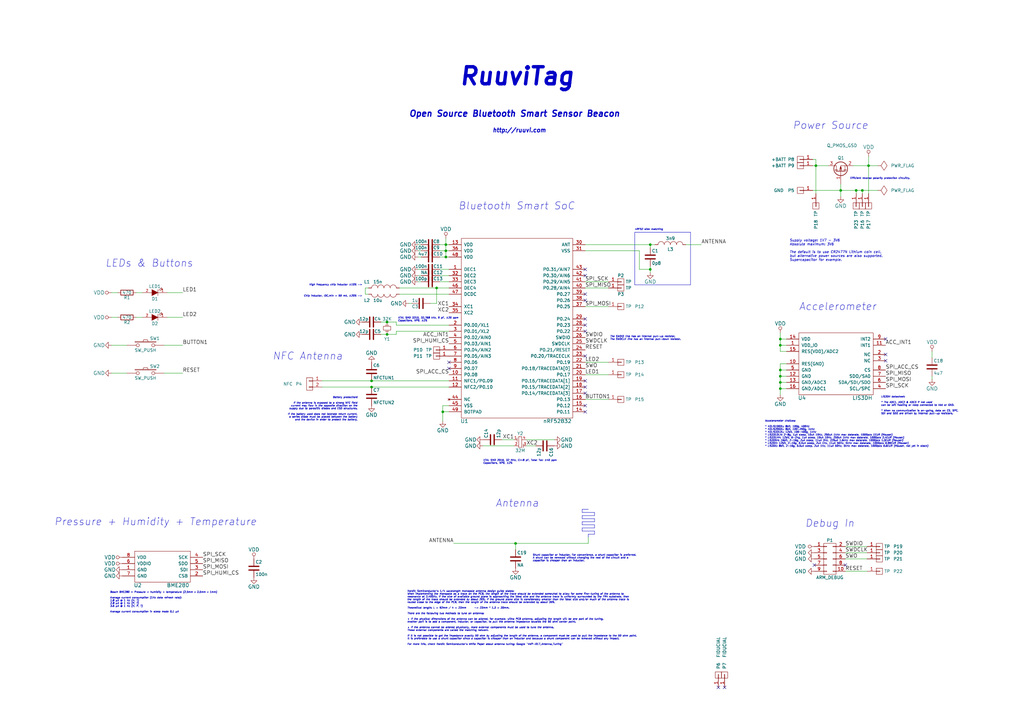
<source format=kicad_sch>
(kicad_sch (version 20230121) (generator eeschema)
  (paper "A3")
  (title_block (title "RuuviTag") (date "2016-01-13") (rev "B2") (company "Ruuvi Innovations Ltd. / Lauri Jämsä / lauri@ruuvi.com") (comment 1 "License: http://creativecommons.org/licenses/by-sa/4.0/"))
  (lib_symbols
    (symbol "4pin_crystal:4PIN_CRYSTAL" (pin_names (offset 1.016))
      (property "Reference" "Y" (at 0 3.81 0))
      (property "Value" "4PIN_CRYSTAL" (at 0 -3.175 0))
      (symbol "4PIN_CRYSTAL_1_1"
        (pin passive line (at -2.54 1.27 0) (length 1.27) (name "~") (number "1"))
        (pin passive line (at -2.54 -1.27 0) (length 1.8034) (name "~") (number "2"))
        (pin passive line (at 2.54 -1.27 180) (length 1.27) (name "~") (number "3"))
        (pin passive line (at 2.54 1.27 180) (length 1.8034) (name "~") (number "4"))
      )
    )
    (symbol "bmxx80:BMXX80" (pin_names (offset 1.016))
      (property "Reference" "U" (at -10.16 -7.62 0))
      (property "Value" "BMXX80" (at 6.35 -7.62 0))
      (symbol "BMXX80_1_1"
        (pin power_in line (at -16.51 -1.27 0) (length 5.08) (name "GND") (number "1"))
        (pin input line (at 16.51 -3.81 180) (length 5.08) (name "CSB") (number "2"))
        (pin bidirectional line (at 16.51 -1.27 180) (length 5.08) (name "SDI") (number "3"))
        (pin input line (at 16.51 3.81 180) (length 5.08) (name "SCK") (number "4"))
        (pin bidirectional line (at 16.51 1.27 180) (length 5.08) (name "SDO") (number "5"))
        (pin power_in line (at -16.51 1.27 0) (length 5.08) (name "VDDIO") (number "6"))
        (pin power_in line (at -16.51 -3.81 0) (length 5.08) (name "GND") (number "7"))
        (pin power_in line (at -16.51 3.81 0) (length 5.08) (name "VDD") (number "8"))
      )
    )
    (symbol "lis3dh:LIS3DH" (pin_names (offset 1.016))
      (property "Reference" "U" (at -13.97 -13.97 0))
      (property "Value" "LIS3DH" (at 10.795 -13.97 0))
      (symbol "LIS3DH_1_1"
        (pin power_in line (at -20.32 7.62 0) (length 5.08) (name "VDD_IO") (number "1"))
        (pin passive line (at -20.32 0 0) (length 5.08) (name "RES(GND)") (number "10"))
        (pin passive line (at 20.32 7.62 180) (length 5.08) (name "INT1") (number "11"))
        (pin power_in line (at -20.32 -5.08 0) (length 5.08) (name "GND") (number "12"))
        (pin passive line (at -20.32 -7.62 0) (length 5.08) (name "GND/ADC3") (number "13"))
        (pin power_in line (at -20.32 10.16 0) (length 5.08) (name "VDD") (number "14"))
        (pin passive line (at -20.32 5.08 0) (length 5.08) (name "RES(VDD)/ADC2") (number "15"))
        (pin passive line (at -20.32 -10.16 0) (length 5.08) (name "GND/ADC1") (number "16"))
        (pin passive line (at 20.32 3.81 180) (length 5.08) (name "NC") (number "2"))
        (pin passive line (at 20.32 1.27 180) (length 5.08) (name "NC") (number "3"))
        (pin input line (at 20.32 -10.16 180) (length 5.08) (name "SCL/SPC") (number "4"))
        (pin power_in line (at -20.32 -2.54 0) (length 5.08) (name "GND") (number "5"))
        (pin bidirectional line (at 20.32 -7.62 180) (length 5.08) (name "SDA/SDI/SDO") (number "6"))
        (pin bidirectional line (at 20.32 -5.08 180) (length 5.08) (name "SDO/SA0") (number "7"))
        (pin input line (at 20.32 -2.54 180) (length 5.08) (name "CS") (number "8"))
        (pin passive line (at 20.32 10.16 180) (length 5.08) (name "INT2") (number "9"))
      )
    )
    (symbol "nrf52832:nRF52832" (pin_names (offset 1.016))
      (property "Reference" "U" (at -21.59 -39.37 0))
      (property "Value" "nRF52832" (at 16.51 -39.37 0))
      (symbol "nRF52832_1_1"
        (pin passive line (at -27.94 22.86 0) (length 5.08) (name "DEC1") (number "1"))
        (pin bidirectional line (at -27.94 -20.32 0) (length 5.08) (name "P0.08") (number "10"))
        (pin bidirectional line (at -27.94 -22.86 0) (length 5.08) (name "NFC1/P0.09") (number "11"))
        (pin bidirectional line (at -27.94 -25.4 0) (length 5.08) (name "NFC2/P0.10") (number "12"))
        (pin power_in line (at -27.94 33.02 0) (length 5.08) (name "VDD") (number "13"))
        (pin bidirectional line (at 27.94 -35.56 180) (length 5.08) (name "P0.11") (number "14"))
        (pin bidirectional line (at 27.94 -33.02 180) (length 5.08) (name "P0.12") (number "15"))
        (pin bidirectional line (at 27.94 -30.48 180) (length 5.08) (name "P0.13") (number "16"))
        (pin bidirectional line (at 27.94 -27.94 180) (length 5.08) (name "P0.14/TRACEDATA[3]") (number "17"))
        (pin bidirectional line (at 27.94 -25.4 180) (length 5.08) (name "P0.15/TRACEDATA[2]") (number "18"))
        (pin bidirectional line (at 27.94 -22.86 180) (length 5.08) (name "P0.16/TRACEDATA[1]") (number "19"))
        (pin bidirectional line (at -27.94 0 0) (length 5.08) (name "P0.00/XL1") (number "2"))
        (pin bidirectional line (at 27.94 -20.32 180) (length 5.08) (name "P0.17") (number "20"))
        (pin bidirectional line (at 27.94 -17.78 180) (length 5.08) (name "P0.18/TRACEDATA[0]") (number "21"))
        (pin bidirectional line (at 27.94 -15.24 180) (length 5.08) (name "P0.19") (number "22"))
        (pin bidirectional line (at 27.94 -12.7 180) (length 5.08) (name "P0.20/TRACECLK") (number "23"))
        (pin bidirectional line (at 27.94 -10.16 180) (length 5.08) (name "P0.21/RESET") (number "24"))
        (pin input line (at 27.94 -7.62 180) (length 5.08) (name "SWDCLK") (number "25"))
        (pin bidirectional line (at 27.94 -5.08 180) (length 5.08) (name "SWDIO") (number "26"))
        (pin bidirectional line (at 27.94 -2.54 180) (length 5.08) (name "P0.22") (number "27"))
        (pin bidirectional line (at 27.94 0 180) (length 5.08) (name "P0.23") (number "28"))
        (pin bidirectional line (at 27.94 2.54 180) (length 5.08) (name "P0.24") (number "29"))
        (pin bidirectional line (at -27.94 -2.54 0) (length 5.08) (name "P0.01/XL2") (number "3"))
        (pin passive line (at 27.94 33.02 180) (length 5.08) (name "ANT") (number "30"))
        (pin power_in line (at 27.94 30.48 180) (length 5.08) (name "VSS") (number "31"))
        (pin passive line (at -27.94 20.32 0) (length 5.08) (name "DEC2") (number "32"))
        (pin passive line (at -27.94 17.78 0) (length 5.08) (name "DEC3") (number "33"))
        (pin bidirectional line (at -27.94 7.62 0) (length 5.08) (name "XC1") (number "34"))
        (pin bidirectional line (at -27.94 5.08 0) (length 5.08) (name "XC2") (number "35"))
        (pin power_in line (at -27.94 30.48 0) (length 5.08) (name "VDD") (number "36"))
        (pin bidirectional line (at 27.94 7.62 180) (length 5.08) (name "P0.25") (number "37"))
        (pin bidirectional line (at 27.94 10.16 180) (length 5.08) (name "P0.26") (number "38"))
        (pin bidirectional line (at 27.94 12.7 180) (length 5.08) (name "P0.27") (number "39"))
        (pin bidirectional line (at -27.94 -5.08 0) (length 5.08) (name "P0.02/AIN0") (number "4"))
        (pin bidirectional line (at 27.94 15.24 180) (length 5.08) (name "P0.28/AIN4") (number "40"))
        (pin bidirectional line (at 27.94 17.78 180) (length 5.08) (name "P0.29/AIN5") (number "41"))
        (pin bidirectional line (at 27.94 20.32 180) (length 5.08) (name "P0.30/AIN6") (number "42"))
        (pin bidirectional line (at 27.94 22.86 180) (length 5.08) (name "P0.31/AIN7") (number "43"))
        (pin no_connect line (at -27.94 -30.48 0) (length 5.08) (name "NC") (number "44"))
        (pin power_in line (at -27.94 -33.02 0) (length 5.08) (name "VSS") (number "45"))
        (pin passive line (at -27.94 15.24 0) (length 5.08) (name "DEC4") (number "46"))
        (pin passive line (at -27.94 12.7 0) (length 5.08) (name "DCDC") (number "47"))
        (pin power_in line (at -27.94 27.94 0) (length 5.08) (name "VDD") (number "48"))
        (pin passive line (at -27.94 -35.56 0) (length 5.08) (name "BOTPAD") (number "49"))
        (pin bidirectional line (at -27.94 -7.62 0) (length 5.08) (name "P0.03/AIN1") (number "5"))
        (pin bidirectional line (at -27.94 -10.16 0) (length 5.08) (name "P0.04/AIN2") (number "6"))
        (pin bidirectional line (at -27.94 -12.7 0) (length 5.08) (name "P0.05/AIN3") (number "7"))
        (pin bidirectional line (at -27.94 -15.24 0) (length 5.08) (name "P0.06") (number "8"))
        (pin bidirectional line (at -27.94 -17.78 0) (length 5.08) (name "P0.07") (number "9"))
      )
    )
    (symbol "ruuvitag_revb2-rescue:C" (pin_numbers hide) (pin_names (offset 0.254))
      (property "Reference" "C" (at 0.635 2.54 0))
      (property "Value" "C" (at 0.635 -2.54 0))
      (symbol "C_1_1"
        (pin passive line (at 0 3.81 270) (length 2.794) (name "~") (number "1"))
        (pin passive line (at 0 -3.81 90) (length 2.794) (name "~") (number "2"))
      )
    )
    (symbol "ruuvitag_revb2-rescue:CONN_01X01" (pin_names (offset 1.016) hide)
      (property "Reference" "P" (at 0 2.54 0))
      (property "Value" "CONN_01X01" (at 2.54 0 90))
      (symbol "CONN_01X01_1_1"
        (pin passive line (at -5.08 0 0) (length 3.81) (name "P1") (number "1"))
      )
    )
    (symbol "ruuvitag_revb2-rescue:CONN_01X02" (pin_names (offset 1.016) hide)
      (property "Reference" "P" (at 0 3.81 0))
      (property "Value" "CONN_01X02" (at 2.54 0 90))
      (symbol "CONN_01X02_1_1"
        (pin passive line (at -5.08 1.27 0) (length 3.81) (name "P1") (number "1"))
        (pin passive line (at -5.08 -1.27 0) (length 3.81) (name "P2") (number "2"))
      )
    )
    (symbol "ruuvitag_revb2-rescue:CONN_02X05" (pin_names (offset 0.0254) hide)
      (property "Reference" "P" (at 0 7.62 0))
      (property "Value" "CONN_02X05" (at 0 -7.62 0))
      (symbol "CONN_02X05_1_1"
        (pin passive line (at -6.35 5.08 0) (length 3.81) (name "P1") (number "1"))
        (pin passive line (at 6.35 -5.08 180) (length 3.81) (name "P10") (number "10"))
        (pin passive line (at 6.35 5.08 180) (length 3.81) (name "P2") (number "2"))
        (pin passive line (at -6.35 2.54 0) (length 3.81) (name "P3") (number "3"))
        (pin passive line (at 6.35 2.54 180) (length 3.81) (name "P4") (number "4"))
        (pin passive line (at -6.35 0 0) (length 3.81) (name "P5") (number "5"))
        (pin passive line (at 6.35 0 180) (length 3.81) (name "P6") (number "6"))
        (pin passive line (at -6.35 -2.54 0) (length 3.81) (name "P7") (number "7"))
        (pin passive line (at 6.35 -2.54 180) (length 3.81) (name "P8") (number "8"))
        (pin passive line (at -6.35 -5.08 0) (length 3.81) (name "P9") (number "9"))
      )
    )
    (symbol "ruuvitag_revb2-rescue:Crystal_Small" (pin_numbers hide) (pin_names (offset 1.016) hide)
      (property "Reference" "Y" (at 0 2.54 0))
      (property "Value" "Crystal_Small" (at 0 -2.54 0))
      (symbol "Crystal_Small_1_1"
        (pin passive line (at -2.54 0 0) (length 1.27) (name "1") (number "1"))
        (pin passive line (at 2.54 0 180) (length 1.27) (name "2") (number "2"))
      )
    )
    (symbol "ruuvitag_revb2-rescue:GND" (power) (pin_names (offset 0))
      (property "Value" "GND" (at 0 -3.81 0))
      (symbol "GND_1_1"
        (pin power_in line (at 0 0 270) (length 0) hide (name "GND") (number "1"))
      )
    )
    (symbol "ruuvitag_revb2-rescue:INDUCTOR_SMALL" (pin_numbers hide) (pin_names (offset 0) hide)
      (property "Reference" "L" (at 0 2.54 0))
      (property "Value" "INDUCTOR_SMALL" (at 0 -1.27 0))
      (symbol "INDUCTOR_SMALL_1_1"
        (pin input line (at -6.35 0 0) (length 1.27) (name "1") (number "1"))
        (pin input line (at 6.35 0 180) (length 1.27) (name "2") (number "2"))
      )
    )
    (symbol "ruuvitag_revb2-rescue:LED" (pin_names (offset 1.016) hide)
      (property "Reference" "D" (at 0 2.54 0))
      (property "Value" "LED" (at 0 -2.54 0))
      (symbol "LED_1_1"
        (pin passive line (at -5.08 0 0) (length 3.81) (name "K") (number "1"))
        (pin passive line (at 5.08 0 180) (length 3.81) (name "A") (number "2"))
      )
    )
    (symbol "ruuvitag_revb2-rescue:PWR_FLAG" (power) (pin_numbers hide) (pin_names (offset 0) hide)
      (property "Value" "PWR_FLAG" (at 0 4.572 0))
      (symbol "PWR_FLAG_0_0"
        (pin power_out line (at 0 0 90) (length 0) (name "pwr") (number "1"))
      )
    )
    (symbol "ruuvitag_revb2-rescue:Q_PMOS_GSD" (pin_names (offset 0) hide)
      (property "Reference" "Q" (at 7.62 1.27 0))
      (property "Value" "Q_PMOS_GSD" (at 16.51 -1.27 0))
      (symbol "Q_PMOS_GSD_1_1"
        (pin input line (at -5.08 0 0) (length 5.334) (name "G") (number "1"))
        (pin passive line (at 2.54 -5.08 90) (length 2.54) (name "S") (number "2"))
        (pin passive line (at 2.54 5.08 270) (length 2.54) (name "D") (number "3"))
      )
    )
    (symbol "ruuvitag_revb2-rescue:R" (pin_numbers hide) (pin_names (offset 0))
      (property "Reference" "R" (at 2.032 0 90))
      (property "Value" "R" (at 0 0 90))
      (symbol "R_1_1"
        (pin passive line (at 0 3.81 270) (length 1.27) (name "~") (number "1"))
        (pin passive line (at 0 -3.81 90) (length 1.27) (name "~") (number "2"))
      )
    )
    (symbol "ruuvitag_revb2-rescue:SW_PUSH" (pin_numbers hide) (pin_names (offset 1.016) hide)
      (property "Reference" "SW" (at 3.81 2.794 0))
      (property "Value" "SW_PUSH" (at 0 -2.032 0))
      (symbol "SW_PUSH_0_1"
        (pin passive inverted (at -7.62 0 0) (length 5.08) (name "1") (number "1"))
        (pin passive inverted (at 7.62 0 180) (length 5.08) (name "2") (number "2"))
      )
    )
    (symbol "ruuvitag_revb2-rescue:VDD" (power) (pin_names (offset 0))
      (property "Value" "VDD" (at 0 3.81 0))
      (symbol "VDD_1_1"
        (pin power_in line (at 0 0 90) (length 0) hide (name "VDD") (number "1"))
      )
    )
  )
  (junction (at 344.805 78.105))
  (junction (at 351.155 78.105))
  (junction (at 320.04 159.385))
  (junction (at 356.235 67.945))
  (junction (at 320.04 156.845))
  (junction (at 320.04 139.065))
  (junction (at 211.455 222.885))
  (junction (at 353.695 78.105))
  (junction (at 182.88 102.87))
  (junction (at 158.75 132.08))
  (junction (at 182.88 105.41))
  (junction (at 181.61 168.91))
  (junction (at 182.88 100.33))
  (junction (at 334.645 67.945))
  (junction (at 158.75 137.16))
  (junction (at 320.04 151.765))
  (junction (at 266.7 110.49))
  (junction (at 152.4 156.21))
  (junction (at 152.4 158.75))
  (junction (at 266.7 100.33))
  (junction (at 320.04 141.605))
  (junction (at 179.07 118.11))
  (junction (at 320.04 154.305))
  (no_connect (at 240.03 123.19))
  (no_connect (at 363.22 145.415))
  (no_connect (at 334.01 231.775))
  (no_connect (at 363.22 139.065))
  (no_connect (at 240.03 135.89))
  (no_connect (at 240.03 166.37))
  (no_connect (at 184.15 148.59))
  (no_connect (at 240.03 156.21))
  (no_connect (at 240.03 161.29))
  (no_connect (at 294.64 281.94))
  (no_connect (at 184.15 151.13))
  (no_connect (at 240.03 110.49))
  (no_connect (at 240.03 158.75))
  (no_connect (at 240.03 146.05))
  (no_connect (at 240.03 130.81))
  (no_connect (at 240.03 120.65))
  (no_connect (at 240.03 168.91))
  (no_connect (at 240.03 113.03))
  (no_connect (at 240.03 133.35))
  (no_connect (at 297.18 281.94))
  (no_connect (at 346.71 231.775))
  (no_connect (at 363.22 147.955))
  (polyline (pts (xy 243.84 216.535) (xy 243.84 215.265)))
  (wire (pts (xy 180.34 115.57) (xy 184.15 115.57)))
  (wire (pts (xy 45.72 141.605) (xy 52.07 141.605)))
  (wire (pts (xy 240.03 148.59) (xy 249.555 148.59)))
  (wire (pts (xy 149.86 118.11) (xy 149.86 120.65)))
  (wire (pts (xy 249.555 115.57) (xy 240.03 115.57)))
  (wire (pts (xy 182.88 102.87) (xy 182.88 105.41)))
  (wire (pts (xy 382.27 144.145) (xy 382.27 146.685)))
  (polyline (pts (xy 283.21 116.84) (xy 260.35 116.84)))
  (wire (pts (xy 320.04 159.385) (xy 322.58 159.385)))
  (wire (pts (xy 171.45 115.57) (xy 172.72 115.57)))
  (wire (pts (xy 180.34 105.41) (xy 182.88 105.41)))
  (wire (pts (xy 45.72 153.035) (xy 52.07 153.035)))
  (wire (pts (xy 172.72 100.33) (xy 171.45 100.33)))
  (wire (pts (xy 249.555 125.73) (xy 240.03 125.73)))
  (wire (pts (xy 351.155 79.375) (xy 351.155 78.105)))
  (polyline (pts (xy 243.84 217.805) (xy 238.76 217.805)))
  (wire (pts (xy 158.75 132.08) (xy 162.56 132.08)))
  (wire (pts (xy 171.45 110.49) (xy 172.72 110.49)))
  (wire (pts (xy 344.805 75.565) (xy 344.805 78.105)))
  (wire (pts (xy 356.235 67.945) (xy 360.045 67.945)))
  (wire (pts (xy 55.88 130.175) (xy 58.42 130.175)))
  (polyline (pts (xy 238.76 212.725) (xy 238.76 211.455)))
  (wire (pts (xy 172.72 105.41) (xy 171.45 105.41)))
  (wire (pts (xy 320.04 151.765) (xy 322.58 151.765)))
  (wire (pts (xy 320.04 141.605) (xy 322.58 141.605)))
  (wire (pts (xy 152.4 158.75) (xy 184.15 158.75)))
  (wire (pts (xy 353.695 78.105) (xy 360.045 78.105)))
  (polyline (pts (xy 283.21 95.25) (xy 283.21 116.84)))
  (wire (pts (xy 346.71 229.235) (xy 355.6 229.235)))
  (polyline (pts (xy 238.76 213.995) (xy 243.84 213.995)))
  (wire (pts (xy 227.33 180.34) (xy 215.9 180.34)))
  (wire (pts (xy 320.04 149.225) (xy 320.04 151.765)))
  (wire (pts (xy 351.155 78.105) (xy 353.695 78.105)))
  (wire (pts (xy 356.235 67.945) (xy 356.235 79.375)))
  (wire (pts (xy 262.255 110.49) (xy 262.255 102.87)))
  (wire (pts (xy 162.56 135.89) (xy 184.15 135.89)))
  (wire (pts (xy 320.04 139.065) (xy 322.58 139.065)))
  (wire (pts (xy 320.04 139.065) (xy 320.04 141.605)))
  (polyline (pts (xy 243.84 210.185) (xy 238.76 210.185)))
  (wire (pts (xy 333.375 67.945) (xy 334.645 67.945)))
  (wire (pts (xy 74.93 130.175) (xy 68.58 130.175)))
  (wire (pts (xy 184.15 166.37) (xy 181.61 166.37)))
  (wire (pts (xy 320.04 141.605) (xy 320.04 144.145)))
  (wire (pts (xy 152.4 156.21) (xy 184.15 156.21)))
  (polyline (pts (xy 243.84 213.995) (xy 243.84 212.725)))
  (wire (pts (xy 211.455 225.425) (xy 211.455 222.885)))
  (wire (pts (xy 176.53 124.46) (xy 179.07 124.46)))
  (polyline (pts (xy 260.35 95.25) (xy 283.21 95.25)))
  (wire (pts (xy 219.71 182.88) (xy 215.9 182.88)))
  (wire (pts (xy 181.61 168.91) (xy 181.61 172.72)))
  (wire (pts (xy 344.805 78.105) (xy 351.155 78.105)))
  (wire (pts (xy 344.805 78.105) (xy 344.805 80.645)))
  (wire (pts (xy 210.82 180.34) (xy 205.74 180.34)))
  (polyline (pts (xy 243.84 212.725) (xy 238.76 212.725)))
  (wire (pts (xy 266.7 101.6) (xy 266.7 100.33)))
  (wire (pts (xy 320.04 154.305) (xy 320.04 156.845)))
  (wire (pts (xy 167.64 124.46) (xy 168.91 124.46)))
  (wire (pts (xy 198.12 182.88) (xy 210.82 182.88)))
  (wire (pts (xy 266.7 110.49) (xy 262.255 110.49)))
  (wire (pts (xy 180.34 102.87) (xy 182.88 102.87)))
  (wire (pts (xy 262.255 102.87) (xy 240.03 102.87)))
  (wire (pts (xy 320.04 151.765) (xy 320.04 154.305)))
  (wire (pts (xy 162.56 133.35) (xy 184.15 133.35)))
  (wire (pts (xy 182.88 102.87) (xy 184.15 102.87)))
  (wire (pts (xy 346.71 224.155) (xy 355.6 224.155)))
  (wire (pts (xy 179.07 124.46) (xy 179.07 118.11)))
  (wire (pts (xy 179.07 118.11) (xy 184.15 118.11)))
  (polyline (pts (xy 243.84 211.455) (xy 243.84 210.185)))
  (wire (pts (xy 266.7 100.33) (xy 268.605 100.33)))
  (polyline (pts (xy 260.35 116.84) (xy 260.35 95.25)))
  (wire (pts (xy 320.04 156.845) (xy 322.58 156.845)))
  (wire (pts (xy 249.555 163.83) (xy 240.03 163.83)))
  (wire (pts (xy 45.72 120.015) (xy 48.26 120.015)))
  (wire (pts (xy 320.04 154.305) (xy 322.58 154.305)))
  (wire (pts (xy 333.375 65.405) (xy 334.645 65.405)))
  (wire (pts (xy 184.15 113.03) (xy 180.34 113.03)))
  (wire (pts (xy 333.375 78.105) (xy 344.805 78.105)))
  (wire (pts (xy 74.93 120.015) (xy 68.58 120.015)))
  (polyline (pts (xy 243.84 219.075) (xy 243.84 217.805)))
  (wire (pts (xy 334.645 67.945) (xy 334.645 79.375)))
  (wire (pts (xy 181.61 168.91) (xy 184.15 168.91)))
  (wire (pts (xy 320.04 136.525) (xy 320.04 139.065)))
  (wire (pts (xy 158.75 137.16) (xy 162.56 137.16)))
  (wire (pts (xy 181.61 166.37) (xy 181.61 168.91)))
  (wire (pts (xy 266.7 109.22) (xy 266.7 110.49)))
  (wire (pts (xy 180.34 110.49) (xy 184.15 110.49)))
  (wire (pts (xy 241.3 222.885) (xy 241.3 220.345)))
  (polyline (pts (xy 241.3 219.075) (xy 243.84 219.075)))
  (wire (pts (xy 249.555 153.67) (xy 240.03 153.67)))
  (wire (pts (xy 67.31 153.035) (xy 74.93 153.035)))
  (wire (pts (xy 171.45 102.87) (xy 172.72 102.87)))
  (polyline (pts (xy 238.76 216.535) (xy 243.84 216.535)))
  (wire (pts (xy 45.72 130.175) (xy 48.26 130.175)))
  (polyline (pts (xy 238.76 217.805) (xy 238.76 216.535)))
  (wire (pts (xy 55.88 120.015) (xy 58.42 120.015)))
  (wire (pts (xy 132.08 156.21) (xy 152.4 156.21)))
  (wire (pts (xy 355.6 226.695) (xy 346.71 226.695)))
  (wire (pts (xy 151.13 118.11) (xy 149.86 118.11)))
  (polyline (pts (xy 238.76 211.455) (xy 243.84 211.455)))
  (wire (pts (xy 182.88 105.41) (xy 184.15 105.41)))
  (wire (pts (xy 266.7 110.49) (xy 266.7 111.76)))
  (wire (pts (xy 334.645 67.945) (xy 339.725 67.945)))
  (wire (pts (xy 132.08 158.75) (xy 152.4 158.75)))
  (polyline (pts (xy 238.76 215.265) (xy 238.76 213.995)))
  (wire (pts (xy 162.56 137.16) (xy 162.56 135.89)))
  (wire (pts (xy 356.235 64.135) (xy 356.235 67.945)))
  (wire (pts (xy 382.27 155.575) (xy 382.27 154.305)))
  (polyline (pts (xy 238.76 208.915) (xy 241.3 208.915)))
  (polyline (pts (xy 241.3 220.345) (xy 241.3 219.075)))
  (wire (pts (xy 162.56 132.08) (xy 162.56 133.35)))
  (wire (pts (xy 240.03 118.11) (xy 249.555 118.11)))
  (wire (pts (xy 163.83 120.65) (xy 184.15 120.65)))
  (wire (pts (xy 355.6 234.315) (xy 346.71 234.315)))
  (wire (pts (xy 163.83 118.11) (xy 179.07 118.11)))
  (wire (pts (xy 349.885 67.945) (xy 356.235 67.945)))
  (wire (pts (xy 182.88 100.33) (xy 184.15 100.33)))
  (wire (pts (xy 182.88 100.33) (xy 182.88 102.87)))
  (wire (pts (xy 186.055 222.885) (xy 211.455 222.885)))
  (wire (pts (xy 320.04 149.225) (xy 322.58 149.225)))
  (wire (pts (xy 156.21 137.16) (xy 158.75 137.16)))
  (wire (pts (xy 182.88 97.79) (xy 182.88 100.33)))
  (wire (pts (xy 334.645 65.405) (xy 334.645 67.945)))
  (wire (pts (xy 240.03 100.33) (xy 266.7 100.33)))
  (wire (pts (xy 320.04 144.145) (xy 322.58 144.145)))
  (wire (pts (xy 67.31 141.605) (xy 74.93 141.605)))
  (wire (pts (xy 211.455 222.885) (xy 241.3 222.885)))
  (wire (pts (xy 149.86 120.65) (xy 151.13 120.65)))
  (wire (pts (xy 156.21 132.08) (xy 158.75 132.08)))
  (wire (pts (xy 172.72 113.03) (xy 171.45 113.03)))
  (wire (pts (xy 320.04 156.845) (xy 320.04 159.385)))
  (wire (pts (xy 180.34 100.33) (xy 182.88 100.33)))
  (wire (pts (xy 320.04 159.385) (xy 320.04 161.925)))
  (polyline (pts (xy 243.84 215.265) (xy 238.76 215.265)))
  (wire (pts (xy 353.695 79.375) (xy 353.695 78.105)))
  (wire (pts (xy 281.305 100.33) (xy 287.655 100.33)))
  (polyline (pts (xy 238.76 210.185) (xy 238.76 208.915)))
  (text "The SWDIO line has an internal pull-up resistor.\nThe SWDCLK line has an internal pull-down resistor." (at 250.19 139.7 0) (effects (font (size 0.7112 0.7112) italic) (justify left bottom)))
  (text "Efficient reverse polarity protection circuitry." (at 348.615 73.66 0) (effects (font (size 0.7112 0.7112) italic) (justify left bottom)))
  (text "LIS3DH datasheet:\n\n* The ADC1, ADC2 & ADC3 if not used\ncan be left floating or keep connected to Vdd or GND.\n\n* When no communication is on-going, data on CS, SPC,\nSDI and SDO are driven by internal pull-up resistors." (at 361.315 170.18 0) (effects (font (size 0.7112 0.7112) italic) (justify left bottom)))
  (text "Nordic Semiconductor's 1/4 wavelength monopole antenna design guide states:\nWhen implementing the monopole as a trace on the PCB, the length of the trace should be extended somewhat to allow for some fine-tuning of the antenna to\nresonance at 2.45GHz. If the size of available ground plane is approaching the ideal size and the antenna trace is uniformly surrounded by the FR4 substrate, then\nthe length of the trace should be extended by about 20%. If the ground plane size is considerably smaller than the ideal size and/or much of the antenna trace is\nrouted close to the edge of the PCB, then the length of the antenna trace should be extended by about 30%. \n\nTheoretical length: L = 92mm / 4 = 23mm      -> 23mm * 1.3 = 30mm.\n\nThere are the following two methods to tune an antenna:\n\n• If the physical dimensions of the antenna can be altered, for example, witha PCB antenna, adjusting the length will be one part of the tuning.\nAnother part is to add a component, inductor, or capacitor, to pull the antenna impedance towards the 50 ohm center point.\n\n• If the antenna cannot be altered physically, more external components must be used to tune the antenna.\nThese external components are called the matching network.\n\nIf it is not possible to get the impedance exactly 50 ohm by adjusting the length of the antenna, a component must be used to pull the impedance to the 50 ohm point.\nIt is preferable to use a shunt capacitor since a capacitor is cheaper than an inductor and because a shunt component can be removed without any impact.\n\nFor more info, check Nordic Semiconductor's White Paper about antenna tuning: Google \"nWP-017_Antenna_Tuning\"" (at 167.005 264.795 0) (effects (font (size 0.7112 0.7112) italic) (justify left bottom)))
  (text "http://ruuvi.com" (at 201.93 54.61 0) (effects (font (size 1.7018 1.7018) (thickness 0.3404) bold italic) (justify left bottom)))
  (text "Bluetooth Smart SoC" (at 187.96 86.36 0) (effects (font (size 2.9972 2.9972) italic) (justify left bottom)))
  (text "Accelerometer choices:\n\n* H3LIS100DL: 8bit, 100g, 400Hz\n* H3LIS200DL: 8bit, 100-200g, 1kHz\n* H3LIS331DL: 12bit, 100-400g, 1kHz\n* LIS331DLH: 2-8g, 1uA sleep, 10uA 10Hz, 250uA 1kHz max datarate, 1000pcs 1EUR (Mouser)\n* LIS331HH: 12bit, 6-24g, 1uA sleep, 10uA 10Hz, 250uA 1kHz max datarate, 1000pcs 2.4EUR (Mouser)\n* LIS3DSH: 16bit, 2-16g, 2uA sleep, 11uA 3Hz, 225uA 1.6kHz max datarate, 1000pcs 1.3EUR (Mouser)\n* LIS3DH: 12bit, 2-16g, 0.5uA sleep, 2uA 1Hz, 11uA 50Hz, 5kHz max datarate, 1000pcs 0.96EUR (Mouser)\n* LIS3DE: 8bit, 2-16g, 0.5uA sleep, 2uA 1Hz, 11uA 50Hz, 5kHz max datarate, 1000pcs 0.6EUR (Mouser, not yet in stock)" (at 313.69 183.515 0) (effects (font (size 0.7112 0.7112) italic) (justify left bottom)))
  (text "Battery protection!\n\nIf the antenna is exposed to a strong NFC field\ncurrent may flow in the opposite direction on the\nsupply due to parasitic diodes and ESD structures.\n\nIf the battery used does not tolerate return current,\na series diode must be placed between the battery\nand the device in order to protect the battery." (at 146.685 172.72 0) (effects (font (size 0.7112 0.7112) italic) (justify right bottom)))
  (text "Accelerometer" (at 327.66 127.635 0) (effects (font (size 2.9972 2.9972) italic) (justify left bottom)))
  (text "Antenna" (at 203.2 208.28 0) (effects (font (size 2.9972 2.9972) italic) (justify left bottom)))
  (text "Pressure + Humidity + Temperature" (at 22.225 215.9 0) (effects (font (size 2.9972 2.9972) italic) (justify left bottom)))
  (text "Bosch BME280 = Pressure + humidity + temperature (2,5mm x 2.5mm x 1mm)\n\nAverage current consumption (1Hz data refresh rate):\n1.8 μA @ 1 Hz (H, T)\n2.8 μA @ 1 Hz (P, T)\n3.6 μA @ 1 Hz (H, P, T)\n\nAverage current consumption in sleep mode 0.1 μA\n" (at 45.085 251.46 0) (effects (font (size 0.7112 0.7112) italic) (justify left bottom)))
  (text "High frequency chip inductor ±10% ->\n\n\n\nChip inductor, IDC,min = 50 mA, ±20% ->" (at 148.59 121.92 0) (effects (font (size 0.7112 0.7112) italic) (justify right bottom)))
  (text "LEDs & Buttons" (at 43.18 109.855 0) (effects (font (size 2.9972 2.9972) italic) (justify left bottom)))
  (text "RuuviTag" (at 187.96 35.56 0) (effects (font (size 7.0104 7.0104) (thickness 1.4021) bold italic) (justify left bottom)))
  (text "XTAL SMD 2016, 32 MHz, Cl=8 pF, Total Tol: ±40 ppm\nCapacitors, NP0, ±2%" (at 198.12 190.5 0) (effects (font (size 0.7112 0.7112) italic) (justify left bottom)))
  (text "XTAL SMD 3215, 32.768 kHz, 9 pF, ±20 ppm\nCapacitors, NP0, ±2%" (at 163.195 132.08 0) (effects (font (size 0.7112 0.7112) italic) (justify left bottom)))
  (text "NFC Antenna" (at 111.76 147.955 0) (effects (font (size 2.9972 2.9972) italic) (justify left bottom)))
  (text "Debug In" (at 330.2 216.535 0) (effects (font (size 2.9972 2.9972) italic) (justify left bottom)))
  (text "Open Source Bluetooth Smart Sensor Beacon" (at 167.64 48.26 0) (effects (font (size 2.4892 2.4892) (thickness 0.4978) bold italic) (justify left bottom)))
  (text "Power Source" (at 325.12 53.34 0) (effects (font (size 2.9972 2.9972) italic) (justify left bottom)))
  (text "Shunt capacitor or inductor. For convenience, a shunt capacitor is preferred.\nA shunt can be removed without changing the rest of the circuit and a\ncapacitor is cheaper than an inductor." (at 218.44 230.505 0) (effects (font (size 0.7112 0.7112) italic) (justify left bottom)))
  (text "nRF52 side matching" (at 260.35 94.615 0) (effects (font (size 0.7112 0.7112) italic) (justify left bottom)))
  (text "Supply voltage: 1V7 - 3V6\nAbsolute maximum: 3V6\n\nThe default is to use CR2477N Lithium coin cell,\nbut alternative power sources are also supported.\nSupercapacitor for example." (at 323.85 107.315 0) (effects (font (size 0.9906 0.9906) italic) (justify left bottom)))
  (label "LED2" (at 240.03 148.59 0) (effects (font (size 1.524 1.524))))
  (label "SWDIO" (at 346.71 224.155 0) (effects (font (size 1.524 1.524))))
  (label "BUTTON1" (at 240.03 163.83 0) (effects (font (size 1.524 1.524))))
  (label "SPI_ACC_CS" (at 363.22 151.765 0) (effects (font (size 1.524 1.524))))
  (label "SWDCLK" (at 346.71 226.695 0) (effects (font (size 1.524 1.524))))
  (label "SPI_MOSI" (at 83.185 233.68 0) (effects (font (size 1.524 1.524))))
  (label "XC1" (at 210.82 180.34 180) (effects (font (size 1.524 1.524))))
  (label "SWDIO" (at 240.03 138.43 0) (effects (font (size 1.524 1.524))))
  (label "XC1" (at 184.15 125.73 180) (effects (font (size 1.524 1.524))))
  (label "XC2" (at 184.15 128.27 180) (effects (font (size 1.524 1.524))))
  (label "SPI_MOSI" (at 363.22 156.845 0) (effects (font (size 1.524 1.524))))
  (label "BUTTON1" (at 74.93 141.605 0) (effects (font (size 1.524 1.524))))
  (label "SWDCLK" (at 240.03 140.97 0) (effects (font (size 1.524 1.524))))
  (label "SWO" (at 346.71 229.235 0) (effects (font (size 1.524 1.524))))
  (label "SPI_MISO" (at 363.22 154.305 0) (effects (font (size 1.524 1.524))))
  (label "ACC_INT1" (at 184.15 138.43 180) (effects (font (size 1.524 1.524))))
  (label "RESET" (at 74.93 153.035 0) (effects (font (size 1.524 1.524))))
  (label "SPI_MISO" (at 240.03 118.11 0) (effects (font (size 1.524 1.524))))
  (label "LED1" (at 240.03 153.67 0) (effects (font (size 1.524 1.524))))
  (label "SPI_MISO" (at 83.185 231.14 0) (effects (font (size 1.524 1.524))))
  (label "ANTENNA" (at 287.655 100.33 0) (effects (font (size 1.524 1.524))))
  (label "SPI_HUMI_CS" (at 184.15 140.97 180) (effects (font (size 1.524 1.524))))
  (label "LED1" (at 74.93 120.015 0) (effects (font (size 1.524 1.524))))
  (label "SPI_SCK" (at 363.22 159.385 0) (effects (font (size 1.524 1.524))))
  (label "SPI_ACC_CS" (at 184.15 153.67 180) (effects (font (size 1.524 1.524))))
  (label "SPI_SCK" (at 240.03 115.57 0) (effects (font (size 1.524 1.524))))
  (label "SPI_MOSI" (at 240.03 125.73 0) (effects (font (size 1.524 1.524))))
  (label "LED2" (at 74.93 130.175 0) (effects (font (size 1.524 1.524))))
  (label "SWO" (at 240.03 151.13 0) (effects (font (size 1.524 1.524))))
  (label "XC2" (at 215.9 182.88 0) (effects (font (size 1.524 1.524))))
  (label "RESET" (at 240.03 143.51 0) (effects (font (size 1.524 1.524))))
  (label "RESET" (at 346.71 234.315 0) (effects (font (size 1.524 1.524))))
  (label "SPI_SCK" (at 83.185 228.6 0) (effects (font (size 1.524 1.524))))
  (label "ANTENNA" (at 186.055 222.885 180) (effects (font (size 1.524 1.524))))
  (label "SPI_HUMI_CS" (at 83.185 236.22 0) (effects (font (size 1.524 1.524))))
  (label "ACC_INT1" (at 363.22 141.605 0) (effects (font (size 1.524 1.524))))
  (symbol (lib_id "ruuvitag_revb2-rescue:INDUCTOR_SMALL") (at 157.48 120.65 180) (unit 1)
    (property "Reference" "L2" (at 150.495 123.19 0))
    (property "Value" "10u" (at 154.94 123.19 0))
    (property "Footprint" "RuuviTag:0603_IND" (effects hide))
  )
  (symbol (lib_id "ruuvitag_revb2-rescue:LED") (at 63.5 120.015 180) (unit 1)
    (property "Reference" "D1" (at 63.5 122.555 0))
    (property "Value" "LED1" (at 63.5 117.475 0))
    (property "Footprint" "RuuviTag:0603_LED" (effects hide))
  )
  (symbol (lib_id "ruuvitag_revb2-rescue:R") (at 52.07 120.015 270) (unit 1)
    (property "Reference" "R1" (at 52.07 122.047 90))
    (property "Value" "470" (at 52.07 120.015 90))
    (property "Footprint" "RuuviTag:0402_RES" (effects hide))
  )
  (symbol (lib_id "ruuvitag_revb2-rescue:C") (at 382.27 150.495 0) (unit 1)
    (property "Reference" "C18" (at 382.905 147.955 0) (effects (justify left)))
    (property "Value" "4u7" (at 382.905 153.035 0) (effects (justify left)))
    (property "Footprint" "RuuviTag:0603_CAP" (effects hide))
  )
  (symbol (lib_id "ruuvitag_revb2-rescue:GND") (at 382.27 155.575 0) (unit 1)
    (property "Reference" "#PWR01" (effects hide))
    (property "Value" "GND" (at 382.27 159.385 0) (effects (font (size 1.524 1.524))))
  )
  (symbol (lib_id "ruuvitag_revb2-rescue:VDD") (at 382.27 144.145 0) (unit 1)
    (property "Reference" "#PWR02" (effects hide))
    (property "Value" "VDD" (at 382.27 140.335 0) (effects (font (size 1.524 1.524))))
  )
  (symbol (lib_id "ruuvitag_revb2-rescue:VDD") (at 320.04 136.525 0) (unit 1)
    (property "Reference" "#PWR03" (effects hide))
    (property "Value" "VDD" (at 320.04 132.715 0) (effects (font (size 1.524 1.524))))
  )
  (symbol (lib_id "ruuvitag_revb2-rescue:GND") (at 320.04 161.925 0) (unit 1)
    (property "Reference" "#PWR04" (effects hide))
    (property "Value" "GND" (at 320.04 165.735 0) (effects (font (size 1.524 1.524))))
  )
  (symbol (lib_id "ruuvitag_revb2-rescue:CONN_01X01") (at 328.295 67.945 180) (unit 1)
    (property "Reference" "P9" (at 324.485 67.945 0))
    (property "Value" "+BATT" (at 319.405 67.945 0))
    (property "Footprint" "RuuviTag:WIDE_PLATED_HOLE" (effects hide))
  )
  (symbol (lib_id "ruuvitag_revb2-rescue:VDD") (at 356.235 64.135 0) (unit 1)
    (property "Reference" "#PWR05" (effects hide))
    (property "Value" "VDD" (at 356.235 60.325 0) (effects (font (size 1.524 1.524))))
  )
  (symbol (lib_id "ruuvitag_revb2-rescue:CONN_01X01") (at 328.295 65.405 180) (unit 1)
    (property "Reference" "P8" (at 324.485 65.405 0))
    (property "Value" "+BATT" (at 319.405 65.405 0))
    (property "Footprint" "RuuviTag:WIDE_PLATED_HOLE" (effects hide))
  )
  (symbol (lib_id "4pin_crystal:4PIN_CRYSTAL") (at 213.36 181.61 0) (unit 1)
    (property "Reference" "Y2" (at 213.36 177.8 0))
    (property "Value" "32M" (at 213.36 184.785 0))
    (property "Footprint" "RuuviTag:20X16MM_4PIN_CRYSTAL" (effects hide))
  )
  (symbol (lib_id "ruuvitag_revb2-rescue:CONN_01X01") (at 294.64 276.86 90) (unit 1)
    (property "Reference" "P6" (at 294.64 273.05 0))
    (property "Value" "FIDUCIAL" (at 294.64 265.43 0))
    (property "Footprint" "RuuviTag:FIDUCIAL_1MM" (effects hide))
  )
  (symbol (lib_id "ruuvitag_revb2-rescue:CONN_01X01") (at 297.18 276.86 90) (unit 1)
    (property "Reference" "P7" (at 297.18 273.05 0))
    (property "Value" "FIDUCIAL" (at 297.18 265.43 0))
    (property "Footprint" "RuuviTag:FIDUCIAL_1MM" (effects hide))
  )
  (symbol (lib_id "nrf52832:nRF52832") (at 212.09 133.35 0) (unit 1)
    (property "Reference" "U1" (at 190.5 172.72 0) (effects (font (size 1.524 1.524))))
    (property "Value" "nRF52832" (at 228.6 172.72 0) (effects (font (size 1.524 1.524))))
    (property "Footprint" "RuuviTag:QFN-48_6X6MM_BOTPAD" (effects hide))
  )
  (symbol (lib_id "ruuvitag_revb2-rescue:Crystal_Small") (at 158.75 134.62 270) (unit 1)
    (property "Reference" "Y1" (at 158.75 139.065 90))
    (property "Value" "32K" (at 158.75 130.81 90))
    (property "Footprint" "RuuviTag:32X15MM_2PIN_CRYSTAL" (effects hide))
  )
  (symbol (lib_id "ruuvitag_revb2-rescue:GND") (at 181.61 172.72 0) (unit 1)
    (property "Reference" "#PWR06" (effects hide))
    (property "Value" "GND" (at 181.61 176.53 0) (effects (font (size 1.524 1.524))))
  )
  (symbol (lib_id "ruuvitag_revb2-rescue:VDD") (at 182.88 97.79 0) (unit 1)
    (property "Reference" "#PWR07" (effects hide))
    (property "Value" "VDD" (at 182.88 93.98 0) (effects (font (size 1.524 1.524))))
  )
  (symbol (lib_id "ruuvitag_revb2-rescue:C") (at 176.53 110.49 90) (unit 1)
    (property "Reference" "C11" (at 181.61 109.22 90) (effects (justify left)))
    (property "Value" "100n" (at 175.26 109.22 90) (effects (justify left)))
    (property "Footprint" "RuuviTag:0402_CAP" (effects hide))
  )
  (symbol (lib_id "ruuvitag_revb2-rescue:GND") (at 171.45 110.49 270) (unit 1)
    (property "Reference" "#PWR08" (effects hide))
    (property "Value" "GND" (at 166.37 110.49 90) (effects (font (size 1.524 1.524))))
  )
  (symbol (lib_id "ruuvitag_revb2-rescue:C") (at 176.53 113.03 90) (unit 1)
    (property "Reference" "C12" (at 181.61 111.76 90) (effects (justify left)))
    (property "Value" "NA" (at 175.26 111.76 90) (effects (justify left)))
    (property "Footprint" "RuuviTag:0402_CAP" (effects hide))
  )
  (symbol (lib_id "ruuvitag_revb2-rescue:C") (at 176.53 115.57 90) (unit 1)
    (property "Reference" "C13" (at 181.61 114.3 90) (effects (justify left)))
    (property "Value" "100p" (at 175.26 114.3 90) (effects (justify left)))
    (property "Footprint" "RuuviTag:0402_CAP" (effects hide))
  )
  (symbol (lib_id "ruuvitag_revb2-rescue:C") (at 172.72 124.46 270) (unit 1)
    (property "Reference" "C3" (at 168.91 125.73 90) (effects (justify left)))
    (property "Value" "1u" (at 168.91 123.19 90) (effects (justify left)))
    (property "Footprint" "RuuviTag:0402_CAP" (effects hide))
  )
  (symbol (lib_id "ruuvitag_revb2-rescue:C") (at 176.53 100.33 90) (unit 1)
    (property "Reference" "C8" (at 180.34 99.06 90) (effects (justify left)))
    (property "Value" "100n" (at 175.26 99.06 90) (effects (justify left)))
    (property "Footprint" "RuuviTag:0402_CAP" (effects hide))
  )
  (symbol (lib_id "ruuvitag_revb2-rescue:C") (at 176.53 102.87 90) (unit 1)
    (property "Reference" "C9" (at 180.34 101.6 90) (effects (justify left)))
    (property "Value" "100n" (at 175.26 101.6 90) (effects (justify left)))
    (property "Footprint" "RuuviTag:0402_CAP" (effects hide))
  )
  (symbol (lib_id "ruuvitag_revb2-rescue:C") (at 176.53 105.41 90) (unit 1)
    (property "Reference" "C10" (at 181.61 104.14 90) (effects (justify left)))
    (property "Value" "4u7" (at 175.26 104.14 90) (effects (justify left)))
    (property "Footprint" "RuuviTag:0603_CAP" (effects hide))
  )
  (symbol (lib_id "ruuvitag_revb2-rescue:GND") (at 171.45 113.03 270) (unit 1)
    (property "Reference" "#PWR09" (effects hide))
    (property "Value" "GND" (at 166.37 113.03 90) (effects (font (size 1.524 1.524))))
  )
  (symbol (lib_id "ruuvitag_revb2-rescue:GND") (at 171.45 115.57 270) (unit 1)
    (property "Reference" "#PWR010" (effects hide))
    (property "Value" "GND" (at 166.37 115.57 90) (effects (font (size 1.524 1.524))))
  )
  (symbol (lib_id "ruuvitag_revb2-rescue:INDUCTOR_SMALL") (at 157.48 118.11 0) (unit 1)
    (property "Reference" "L1" (at 150.495 115.57 0))
    (property "Value" "15n" (at 154.94 115.57 0))
    (property "Footprint" "RuuviTag:0402_IND" (effects hide))
  )
  (symbol (lib_id "ruuvitag_revb2-rescue:GND") (at 167.64 124.46 270) (unit 1)
    (property "Reference" "#PWR011" (effects hide))
    (property "Value" "GND" (at 162.56 124.46 90) (effects (font (size 1.524 1.524))))
  )
  (symbol (lib_id "ruuvitag_revb2-rescue:GND") (at 171.45 100.33 270) (unit 1)
    (property "Reference" "#PWR012" (effects hide))
    (property "Value" "GND" (at 166.37 100.33 90) (effects (font (size 1.524 1.524))))
  )
  (symbol (lib_id "ruuvitag_revb2-rescue:GND") (at 171.45 102.87 270) (unit 1)
    (property "Reference" "#PWR013" (effects hide))
    (property "Value" "GND" (at 166.37 102.87 90) (effects (font (size 1.524 1.524))))
  )
  (symbol (lib_id "ruuvitag_revb2-rescue:GND") (at 171.45 105.41 270) (unit 1)
    (property "Reference" "#PWR014" (effects hide))
    (property "Value" "GND" (at 166.37 105.41 90) (effects (font (size 1.524 1.524))))
  )
  (symbol (lib_id "ruuvitag_revb2-rescue:C") (at 152.4 132.08 90) (unit 1)
    (property "Reference" "C4" (at 156.21 130.81 90) (effects (justify left)))
    (property "Value" "12p" (at 151.13 130.81 90) (effects (justify left)))
    (property "Footprint" "RuuviTag:0402_CAP" (effects hide))
  )
  (symbol (lib_id "ruuvitag_revb2-rescue:C") (at 152.4 137.16 90) (unit 1)
    (property "Reference" "C5" (at 156.21 135.89 90) (effects (justify left)))
    (property "Value" "12p" (at 151.13 135.89 90) (effects (justify left)))
    (property "Footprint" "RuuviTag:0402_CAP" (effects hide))
  )
  (symbol (lib_id "ruuvitag_revb2-rescue:GND") (at 148.59 137.16 270) (unit 1)
    (property "Reference" "#PWR015" (effects hide))
    (property "Value" "GND" (at 143.51 137.16 90) (effects (font (size 1.524 1.524))))
  )
  (symbol (lib_id "ruuvitag_revb2-rescue:GND") (at 148.59 132.08 270) (unit 1)
    (property "Reference" "#PWR016" (effects hide))
    (property "Value" "GND" (at 143.51 132.08 90) (effects (font (size 1.524 1.524))))
  )
  (symbol (lib_id "ruuvitag_revb2-rescue:C") (at 223.52 182.88 270) (unit 1)
    (property "Reference" "C16" (at 226.06 183.515 0) (effects (justify left)))
    (property "Value" "12p" (at 220.98 183.515 0) (effects (justify left)))
    (property "Footprint" "RuuviTag:0402_CAP" (effects hide))
  )
  (symbol (lib_id "ruuvitag_revb2-rescue:C") (at 201.93 180.34 90) (unit 1)
    (property "Reference" "C14" (at 199.39 179.705 0) (effects (justify left)))
    (property "Value" "12p" (at 204.47 179.705 0) (effects (justify left)))
    (property "Footprint" "RuuviTag:0402_CAP" (effects hide))
  )
  (symbol (lib_id "ruuvitag_revb2-rescue:GND") (at 227.33 180.34 90) (unit 1)
    (property "Reference" "#PWR017" (effects hide))
    (property "Value" "GND" (at 232.41 180.34 90) (effects (font (size 1.524 1.524))))
  )
  (symbol (lib_id "ruuvitag_revb2-rescue:GND") (at 227.33 182.88 90) (unit 1)
    (property "Reference" "#PWR018" (effects hide))
    (property "Value" "GND" (at 232.41 182.88 90) (effects (font (size 1.524 1.524))))
  )
  (symbol (lib_id "ruuvitag_revb2-rescue:GND") (at 198.12 182.88 270) (unit 1)
    (property "Reference" "#PWR019" (effects hide))
    (property "Value" "GND" (at 193.04 182.88 90) (effects (font (size 1.524 1.524))))
  )
  (symbol (lib_id "ruuvitag_revb2-rescue:GND") (at 198.12 180.34 270) (unit 1)
    (property "Reference" "#PWR020" (effects hide))
    (property "Value" "GND" (at 193.04 180.34 90) (effects (font (size 1.524 1.524))))
  )
  (symbol (lib_id "ruuvitag_revb2-rescue:C") (at 152.4 152.4 0) (unit 1)
    (property "Reference" "C6" (at 153.035 149.86 0) (effects (justify left)))
    (property "Value" "NFCTUN1" (at 153.035 154.94 0) (effects (justify left)))
    (property "Footprint" "RuuviTag:0402_CAP" (effects hide))
  )
  (symbol (lib_id "ruuvitag_revb2-rescue:C") (at 152.4 162.56 0) (unit 1)
    (property "Reference" "C7" (at 153.035 160.02 0) (effects (justify left)))
    (property "Value" "NFCTUN2" (at 153.035 165.1 0) (effects (justify left)))
    (property "Footprint" "RuuviTag:0402_CAP" (effects hide))
  )
  (symbol (lib_id "ruuvitag_revb2-rescue:GND") (at 152.4 166.37 0) (unit 1)
    (property "Reference" "#PWR021" (effects hide))
    (property "Value" "GND" (at 152.4 170.18 0) (effects (font (size 1.524 1.524))))
  )
  (symbol (lib_id "ruuvitag_revb2-rescue:GND") (at 152.4 148.59 180) (unit 1)
    (property "Reference" "#PWR022" (effects hide))
    (property "Value" "GND" (at 152.4 144.78 0) (effects (font (size 1.524 1.524))))
  )
  (symbol (lib_id "ruuvitag_revb2-rescue:GND") (at 266.7 111.76 0) (unit 1)
    (property "Reference" "#PWR023" (effects hide))
    (property "Value" "GND" (at 266.7 115.57 0) (effects (font (size 1.524 1.524))))
  )
  (symbol (lib_id "ruuvitag_revb2-rescue:GND") (at 344.805 80.645 0) (unit 1)
    (property "Reference" "#PWR024" (effects hide))
    (property "Value" "GND" (at 344.805 84.455 0) (effects (font (size 1.524 1.524))))
  )
  (symbol (lib_id "bmxx80:BMXX80") (at 66.675 232.41 0) (unit 1)
    (property "Reference" "U2" (at 56.515 240.03 0) (effects (font (size 1.524 1.524))))
    (property "Value" "BME280" (at 73.025 240.03 0) (effects (font (size 1.524 1.524))))
    (property "Footprint" "RuuviTag:BME280" (effects hide))
  )
  (symbol (lib_id "ruuvitag_revb2-rescue:VDD") (at 50.165 228.6 90) (unit 1)
    (property "Reference" "#PWR025" (effects hide))
    (property "Value" "VDD" (at 45.085 228.6 90) (effects (font (size 1.524 1.524))))
  )
  (symbol (lib_id "ruuvitag_revb2-rescue:VDD") (at 50.165 231.14 90) (unit 1)
    (property "Reference" "#PWR026" (effects hide))
    (property "Value" "VDD" (at 45.085 231.14 90) (effects (font (size 1.524 1.524))))
  )
  (symbol (lib_id "ruuvitag_revb2-rescue:GND") (at 50.165 236.22 270) (unit 1)
    (property "Reference" "#PWR027" (effects hide))
    (property "Value" "GND" (at 45.085 236.22 90) (effects (font (size 1.524 1.524))))
  )
  (symbol (lib_id "ruuvitag_revb2-rescue:GND") (at 50.165 233.68 270) (unit 1)
    (property "Reference" "#PWR028" (effects hide))
    (property "Value" "GND" (at 45.085 233.68 90) (effects (font (size 1.524 1.524))))
  )
  (symbol (lib_id "ruuvitag_revb2-rescue:C") (at 104.14 233.045 0) (unit 1)
    (property "Reference" "C2" (at 104.775 230.505 0) (effects (justify left)))
    (property "Value" "100n" (at 104.775 235.585 0) (effects (justify left)))
    (property "Footprint" "RuuviTag:0402_CAP" (effects hide))
  )
  (symbol (lib_id "ruuvitag_revb2-rescue:GND") (at 104.14 236.855 0) (unit 1)
    (property "Reference" "#PWR029" (effects hide))
    (property "Value" "GND" (at 104.14 240.665 0) (effects (font (size 1.524 1.524))))
  )
  (symbol (lib_id "ruuvitag_revb2-rescue:VDD") (at 104.14 229.235 0) (unit 1)
    (property "Reference" "#PWR030" (effects hide))
    (property "Value" "VDD" (at 104.14 225.425 0) (effects (font (size 1.524 1.524))))
  )
  (symbol (lib_id "ruuvitag_revb2-rescue:LED") (at 63.5 130.175 180) (unit 1)
    (property "Reference" "D2" (at 63.5 132.715 0))
    (property "Value" "LED2" (at 63.5 127.635 0))
    (property "Footprint" "RuuviTag:0603_LED" (effects hide))
  )
  (symbol (lib_id "ruuvitag_revb2-rescue:R") (at 52.07 130.175 270) (unit 1)
    (property "Reference" "R2" (at 52.07 132.207 90))
    (property "Value" "470" (at 52.07 130.175 90))
    (property "Footprint" "RuuviTag:0402_RES" (effects hide))
  )
  (symbol (lib_id "ruuvitag_revb2-rescue:CONN_02X05") (at 340.36 229.235 0) (unit 1)
    (property "Reference" "P1" (at 340.36 221.615 0))
    (property "Value" "ARM_DEBUG" (at 340.36 236.855 0))
    (property "Footprint" "RuuviTag:ARM_DEBUG_CONNECTOR_10PIN" (effects hide))
  )
  (symbol (lib_id "ruuvitag_revb2-rescue:VDD") (at 334.01 224.155 90) (unit 1)
    (property "Reference" "#PWR031" (effects hide))
    (property "Value" "VDD" (at 328.295 224.155 90) (effects (font (size 1.524 1.524))))
  )
  (symbol (lib_id "ruuvitag_revb2-rescue:GND") (at 334.01 234.315 270) (unit 1)
    (property "Reference" "#PWR032" (effects hide))
    (property "Value" "GND" (at 328.295 234.315 90) (effects (font (size 1.524 1.524))))
  )
  (symbol (lib_id "ruuvitag_revb2-rescue:GND") (at 334.01 229.235 270) (unit 1)
    (property "Reference" "#PWR033" (effects hide))
    (property "Value" "GND" (at 328.295 229.235 90) (effects (font (size 1.524 1.524))))
  )
  (symbol (lib_id "ruuvitag_revb2-rescue:GND") (at 334.01 226.695 270) (unit 1)
    (property "Reference" "#PWR034" (effects hide))
    (property "Value" "GND" (at 328.295 226.695 90) (effects (font (size 1.524 1.524))))
  )
  (symbol (lib_id "ruuvitag_revb2-rescue:SW_PUSH") (at 59.69 141.605 0) (unit 1)
    (property "Reference" "SW1" (at 63.5 138.811 0))
    (property "Value" "SW_PUSH" (at 59.69 143.637 0))
    (property "Footprint" "RuuviTag:EVQ-P2202W_BUTTON" (effects hide))
  )
  (symbol (lib_id "ruuvitag_revb2-rescue:GND") (at 45.72 141.605 270) (unit 1)
    (property "Reference" "#PWR035" (effects hide))
    (property "Value" "GND" (at 40.64 141.605 90) (effects (font (size 1.524 1.524))))
  )
  (symbol (lib_id "ruuvitag_revb2-rescue:PWR_FLAG") (at 360.045 67.945 270) (unit 1)
    (property "Reference" "#FLG036" (effects hide))
    (property "Value" "PWR_FLAG" (at 370.205 67.945 90))
  )
  (symbol (lib_id "ruuvitag_revb2-rescue:PWR_FLAG") (at 360.045 78.105 270) (unit 1)
    (property "Reference" "#FLG037" (effects hide))
    (property "Value" "PWR_FLAG" (at 370.205 78.105 90))
  )
  (symbol (lib_id "ruuvitag_revb2-rescue:VDD") (at 45.72 130.175 90) (unit 1)
    (property "Reference" "#PWR038" (effects hide))
    (property "Value" "VDD" (at 40.64 130.175 90) (effects (font (size 1.524 1.524))))
  )
  (symbol (lib_id "ruuvitag_revb2-rescue:VDD") (at 45.72 120.015 90) (unit 1)
    (property "Reference" "#PWR039" (effects hide))
    (property "Value" "VDD" (at 40.64 120.015 90) (effects (font (size 1.524 1.524))))
  )
  (symbol (lib_id "ruuvitag_revb2-rescue:SW_PUSH") (at 59.69 153.035 0) (unit 1)
    (property "Reference" "SW2" (at 63.5 150.241 0))
    (property "Value" "SW_PUSH" (at 59.69 155.067 0))
    (property "Footprint" "RuuviTag:EVQ-P2202W_BUTTON" (effects hide))
  )
  (symbol (lib_id "ruuvitag_revb2-rescue:GND") (at 45.72 153.035 270) (unit 1)
    (property "Reference" "#PWR040" (effects hide))
    (property "Value" "GND" (at 40.64 153.035 90) (effects (font (size 1.524 1.524))))
  )
  (symbol (lib_id "ruuvitag_revb2-rescue:C") (at 211.455 229.235 0) (unit 1)
    (property "Reference" "C19" (at 212.09 226.695 0) (effects (justify left)))
    (property "Value" "NA" (at 212.09 231.775 0) (effects (justify left)))
    (property "Footprint" "RuuviTag:0402_CAP" (effects hide))
  )
  (symbol (lib_id "ruuvitag_revb2-rescue:GND") (at 211.455 233.045 0) (unit 1)
    (property "Reference" "#PWR041" (effects hide))
    (property "Value" "GND" (at 211.455 236.855 0) (effects (font (size 1.524 1.524))))
  )
  (symbol (lib_id "ruuvitag_revb2-rescue:CONN_01X02") (at 127 157.48 0) (mirror y) (unit 1)
    (property "Reference" "P4" (at 122.555 157.48 0))
    (property "Value" "NFC" (at 118.11 157.48 0))
    (property "Footprint" "RuuviTag:NFC_RUUVITAG_REVB2" (effects hide))
  )
  (symbol (lib_id "ruuvitag_revb2-rescue:Q_PMOS_GSD") (at 344.805 70.485 90) (unit 1)
    (property "Reference" "Q1" (at 343.535 64.77 90) (effects (justify right)))
    (property "Value" "Q_PMOS_GSD" (at 339.09 59.69 90) (effects (justify right)))
    (property "Footprint" "RuuviTag:SOT-23" (effects hide))
  )
  (symbol (lib_id "ruuvitag_revb2-rescue:CONN_01X01") (at 328.295 78.105 180) (unit 1)
    (property "Reference" "P5" (at 324.485 78.105 0))
    (property "Value" "GND" (at 319.405 78.105 0))
    (property "Footprint" "RuuviTag:ABG-96_POS_BATT_CONTACT" (effects hide))
  )
  (symbol (lib_id "lis3dh:LIS3DH") (at 342.9 149.225 0) (unit 1)
    (property "Reference" "U4" (at 328.93 163.195 0) (effects (font (size 1.524 1.524))))
    (property "Value" "LIS3DH" (at 353.695 163.195 0) (effects (font (size 1.524 1.524))))
    (property "Footprint" "RuuviTag:LGA16_3X3MM" (effects hide))
  )
  (symbol (lib_id "ruuvitag_revb2-rescue:C") (at 266.7 105.41 0) (unit 1)
    (property "Reference" "C1" (at 267.335 102.87 0) (effects (justify left)))
    (property "Value" "0p8" (at 267.335 107.95 0) (effects (justify left)))
    (property "Footprint" "RuuviTag:0402_CAP" (effects hide))
  )
  (symbol (lib_id "ruuvitag_revb2-rescue:INDUCTOR_SMALL") (at 274.955 100.33 0) (unit 1)
    (property "Reference" "L3" (at 274.955 102.235 0))
    (property "Value" "3n9" (at 274.955 97.79 0))
    (property "Footprint" "RuuviTag:0402_IND" (effects hide))
  )
  (symbol (lib_id "ruuvitag_revb2-rescue:CONN_01X01") (at 179.07 143.51 180) (unit 1)
    (property "Reference" "P10" (at 171.45 143.51 0))
    (property "Value" "TP" (at 175.895 143.51 0))
    (property "Footprint" "RuuviTag:TEST_POINT_SMD_1MM" (effects hide))
  )
  (symbol (lib_id "ruuvitag_revb2-rescue:CONN_01X01") (at 179.07 146.05 180) (unit 1)
    (property "Reference" "P11" (at 171.45 146.05 0))
    (property "Value" "TP" (at 175.895 146.05 0))
    (property "Footprint" "RuuviTag:TEST_POINT_SMD_1MM" (effects hide))
  )
  (symbol (lib_id "ruuvitag_revb2-rescue:CONN_01X01") (at 254.635 115.57 0) (unit 1)
    (property "Reference" "P2" (at 254.635 113.03 0))
    (property "Value" "TP" (at 257.81 115.57 0))
    (property "Footprint" "RuuviTag:TEST_POINT_SMD_1MM" (effects hide))
  )
  (symbol (lib_id "ruuvitag_revb2-rescue:CONN_01X01") (at 254.635 118.11 0) (unit 1)
    (property "Reference" "P3" (at 254.635 120.65 0))
    (property "Value" "TP" (at 257.81 118.11 0))
    (property "Footprint" "RuuviTag:TEST_POINT_SMD_1MM" (effects hide))
  )
  (symbol (lib_id "ruuvitag_revb2-rescue:CONN_01X01") (at 254.635 125.73 0) (unit 1)
    (property "Reference" "P12" (at 262.255 125.73 0))
    (property "Value" "TP" (at 257.81 125.73 0))
    (property "Footprint" "RuuviTag:TEST_POINT_SMD_1MM" (effects hide))
  )
  (symbol (lib_id "ruuvitag_revb2-rescue:CONN_01X01") (at 254.635 163.83 0) (unit 1)
    (property "Reference" "P15" (at 262.255 163.83 0))
    (property "Value" "TP" (at 257.81 163.83 0))
    (property "Footprint" "RuuviTag:TEST_POINT_SMD_1MM" (effects hide))
  )
  (symbol (lib_id "ruuvitag_revb2-rescue:CONN_01X01") (at 254.635 148.59 0) (unit 1)
    (property "Reference" "P13" (at 262.255 148.59 0))
    (property "Value" "TP" (at 257.81 148.59 0))
    (property "Footprint" "RuuviTag:TEST_POINT_SMD_1MM" (effects hide))
  )
  (symbol (lib_id "ruuvitag_revb2-rescue:CONN_01X01") (at 254.635 153.67 0) (unit 1)
    (property "Reference" "P14" (at 262.255 153.67 0))
    (property "Value" "TP" (at 257.81 153.67 0))
    (property "Footprint" "RuuviTag:TEST_POINT_SMD_1MM" (effects hide))
  )
  (symbol (lib_id "ruuvitag_revb2-rescue:CONN_01X01") (at 356.235 84.455 270) (unit 1)
    (property "Reference" "P17" (at 356.235 92.075 0))
    (property "Value" "TP" (at 356.235 87.63 0))
    (property "Footprint" "RuuviTag:TEST_POINT_SMD_1MM" (effects hide))
  )
  (symbol (lib_id "ruuvitag_revb2-rescue:CONN_01X01") (at 353.695 84.455 270) (unit 1)
    (property "Reference" "P16" (at 353.695 92.075 0))
    (property "Value" "TP" (at 353.695 87.63 0))
    (property "Footprint" "RuuviTag:TEST_POINT_SMD_1MM" (effects hide))
  )
  (symbol (lib_id "ruuvitag_revb2-rescue:CONN_01X01") (at 334.645 84.455 270) (unit 1)
    (property "Reference" "P18" (at 334.645 92.075 0))
    (property "Value" "TP" (at 334.645 87.63 0))
    (property "Footprint" "RuuviTag:TEST_POINT_SMD_1MM" (effects hide))
  )
  (symbol (lib_id "ruuvitag_revb2-rescue:CONN_01X01") (at 360.68 224.155 0) (unit 1)
    (property "Reference" "P19" (at 368.3 224.155 0))
    (property "Value" "TP" (at 363.855 224.155 0))
    (property "Footprint" "RuuviTag:TEST_POINT_SMD_1MM" (effects hide))
  )
  (symbol (lib_id "ruuvitag_revb2-rescue:CONN_01X01") (at 360.68 226.695 0) (unit 1)
    (property "Reference" "P20" (at 368.3 226.695 0))
    (property "Value" "TP" (at 363.855 226.695 0))
    (property "Footprint" "RuuviTag:TEST_POINT_SMD_1MM" (effects hide))
  )
  (symbol (lib_id "ruuvitag_revb2-rescue:CONN_01X01") (at 360.68 229.235 0) (unit 1)
    (property "Reference" "P21" (at 368.3 229.235 0))
    (property "Value" "TP" (at 363.855 229.235 0))
    (property "Footprint" "RuuviTag:TEST_POINT_SMD_1MM" (effects hide))
  )
  (symbol (lib_id "ruuvitag_revb2-rescue:CONN_01X01") (at 360.68 234.315 0) (unit 1)
    (property "Reference" "P22" (at 368.3 234.315 0))
    (property "Value" "TP" (at 363.855 234.315 0))
    (property "Footprint" "RuuviTag:TEST_POINT_SMD_1MM" (effects hide))
  )
  (symbol (lib_id "ruuvitag_revb2-rescue:CONN_01X01") (at 351.155 84.455 270) (unit 1)
    (property "Reference" "P23" (at 351.155 92.075 0))
    (property "Value" "TP" (at 351.155 87.63 0))
    (property "Footprint" "RuuviTag:TEST_POINT_SMD_1MM" (effects hide))
  )
)
</source>
